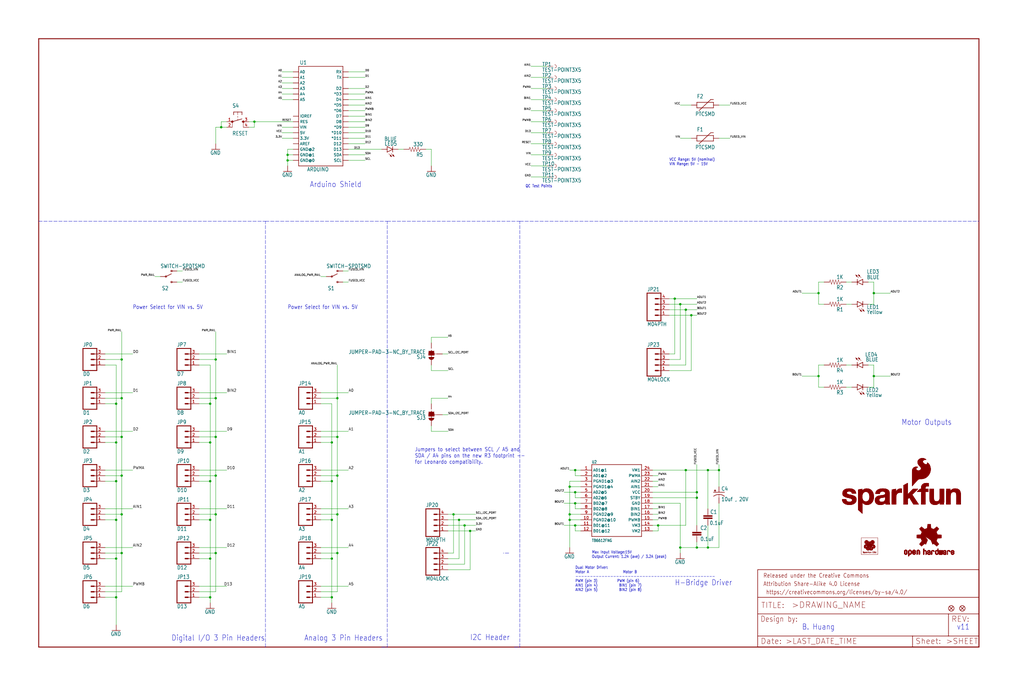
<source format=kicad_sch>
(kicad_sch (version 20211123) (generator eeschema)
  (paper "User" 470.306 317.906)
  (lib_symbols
    (symbol "schematicEagle-eagle-import:0.1UF-25V-5%(0603)"
      (property "Reference" "C" (at 1.524 2.921 0))
      (property "Value" "0.1UF-25V-5%(0603)" (at 1.524 -2.159 0))
      (symbol "0.1UF-25V-5%(0603)_1_0"
        (pin passive line (at 0 5.08 270) (length 2.54) (name "1") (number "1"))
        (pin passive line (at 0 -2.54 90) (length 2.54) (name "2") (number "2"))
      )
    )
    (symbol "schematicEagle-eagle-import:10UF-20V-10%(TANT)"
      (property "Reference" "C" (at 1.016 0.635 0))
      (property "Value" "10UF-20V-10%(TANT)" (at 1.016 -4.191 0))
      (symbol "10UF-20V-10%(TANT)_1_0"
        (pin passive line (at 0 2.54 270) (length 2.54) (name "+") (number "A"))
        (pin passive line (at 0 -5.08 90) (length 2.54) (name "-") (number "C"))
      )
    )
    (symbol "schematicEagle-eagle-import:1KOHM-1{slash}10W-1%(0603)"
      (property "Reference" "R" (at -3.81 1.4986 0))
      (property "Value" "1KOHM-1{slash}10W-1%(0603)" (at -3.81 -3.302 0))
      (symbol "1KOHM-1{slash}10W-1%(0603)_1_0"
        (pin passive line (at -5.08 0 0) (length 2.54) (name "1") (number "1"))
        (pin passive line (at 5.08 0 180) (length 2.54) (name "2") (number "2"))
      )
    )
    (symbol "schematicEagle-eagle-import:330OHM1{slash}10W1%(0603)"
      (property "Reference" "R" (at -3.81 1.4986 0))
      (property "Value" "330OHM1{slash}10W1%(0603)" (at -3.81 -3.302 0))
      (symbol "330OHM1{slash}10W1%(0603)_1_0"
        (pin passive line (at -5.08 0 0) (length 2.54) (name "1") (number "1"))
        (pin passive line (at 5.08 0 180) (length 2.54) (name "2") (number "2"))
      )
    )
    (symbol "schematicEagle-eagle-import:ARDUINO_R3_SHIELDUNO_R3_SHIELD_NOLABELS_LOCK"
      (property "Reference" "J" (at -9.652 21.082 0))
      (property "Value" "ARDUINO_R3_SHIELDUNO_R3_SHIELD_NOLABELS_LOCK" (at -6.35 -27.94 0))
      (symbol "ARDUINO_R3_SHIELDUNO_R3_SHIELD_NOLABELS_LOCK_1_0"
        (pin bidirectional line (at -12.7 -12.7 0) (length 2.54) (name "3.3V") (number "3.3V"))
        (pin bidirectional line (at -12.7 -10.16 0) (length 2.54) (name "5V") (number "5V"))
        (pin bidirectional line (at -12.7 17.78 0) (length 2.54) (name "A0") (number "A0"))
        (pin bidirectional line (at -12.7 15.24 0) (length 2.54) (name "A1") (number "A1"))
        (pin bidirectional line (at -12.7 12.7 0) (length 2.54) (name "A2") (number "A2"))
        (pin bidirectional line (at -12.7 10.16 0) (length 2.54) (name "A3") (number "A3"))
        (pin bidirectional line (at -12.7 7.62 0) (length 2.54) (name "A4") (number "A4"))
        (pin bidirectional line (at -12.7 5.08 0) (length 2.54) (name "A5") (number "A5"))
        (pin bidirectional line (at -12.7 -15.24 0) (length 2.54) (name "AREF") (number "AREF"))
        (pin bidirectional line (at 12.7 -10.16 180) (length 2.54) (name "*D10") (number "D10"))
        (pin bidirectional line (at 12.7 -12.7 180) (length 2.54) (name "*D11") (number "D11"))
        (pin bidirectional line (at 12.7 -15.24 180) (length 2.54) (name "D12") (number "D12"))
        (pin bidirectional line (at 12.7 -17.78 180) (length 2.54) (name "D13") (number "D13"))
        (pin bidirectional line (at 12.7 10.16 180) (length 2.54) (name "D2") (number "D2"))
        (pin bidirectional line (at 12.7 7.62 180) (length 2.54) (name "*D3") (number "D3"))
        (pin bidirectional line (at 12.7 5.08 180) (length 2.54) (name "D4") (number "D4"))
        (pin bidirectional line (at 12.7 2.54 180) (length 2.54) (name "*D5") (number "D5"))
        (pin bidirectional line (at 12.7 0 180) (length 2.54) (name "*D6") (number "D6"))
        (pin bidirectional line (at 12.7 -2.54 180) (length 2.54) (name "D7") (number "D7"))
        (pin bidirectional line (at 12.7 -5.08 180) (length 2.54) (name "D8") (number "D8"))
        (pin bidirectional line (at 12.7 -7.62 180) (length 2.54) (name "*D9") (number "D9"))
        (pin bidirectional line (at -12.7 -22.86 0) (length 2.54) (name "GND@0") (number "GND@0"))
        (pin bidirectional line (at -12.7 -20.32 0) (length 2.54) (name "GND@1") (number "GND@1"))
        (pin bidirectional line (at -12.7 -17.78 0) (length 2.54) (name "GND@2") (number "GND@2"))
        (pin bidirectional line (at -12.7 -2.54 0) (length 2.54) (name "IOREF") (number "IOREF"))
        (pin bidirectional line (at -12.7 -5.08 0) (length 2.54) (name "RES") (number "RES"))
        (pin bidirectional line (at 12.7 17.78 180) (length 2.54) (name "RX") (number "RX"))
        (pin bidirectional line (at 12.7 -22.86 180) (length 2.54) (name "SCL") (number "SCL"))
        (pin bidirectional line (at 12.7 -20.32 180) (length 2.54) (name "SDA") (number "SDA"))
        (pin bidirectional line (at 12.7 15.24 180) (length 2.54) (name "TX") (number "TX"))
        (pin bidirectional line (at -12.7 -7.62 0) (length 2.54) (name "VIN") (number "VIN"))
      )
    )
    (symbol "schematicEagle-eagle-import:FIDUCIAL1X2")
    (symbol "schematicEagle-eagle-import:FRAME-LEDGER"
      (symbol "FRAME-LEDGER_2_0"
        (text " https://creativecommons.org/licenses/by-sa/4.0/" (at 2.54 24.13 0) (effects (font (size 1.9304 1.6408)) (justify left bottom)))
        (text ">DRAWING_NAME" (at 15.494 17.78 0) (effects (font (size 2.7432 2.7432)) (justify left bottom)))
        (text ">LAST_DATE_TIME" (at 12.7 1.27 0) (effects (font (size 2.54 2.54)) (justify left bottom)))
        (text ">SHEET" (at 86.36 1.27 0) (effects (font (size 2.54 2.54)) (justify left bottom)))
        (text "Attribution Share-Alike 4.0 License" (at 2.54 27.94 0) (effects (font (size 1.9304 1.6408)) (justify left bottom)))
        (text "Date:" (at 1.27 1.27 0) (effects (font (size 2.54 2.54)) (justify left bottom)))
        (text "Design by:" (at 1.27 11.43 0) (effects (font (size 2.54 2.159)) (justify left bottom)))
        (text "Released under the Creative Commons" (at 2.54 31.75 0) (effects (font (size 1.9304 1.6408)) (justify left bottom)))
        (text "REV:" (at 88.9 11.43 0) (effects (font (size 2.54 2.54)) (justify left bottom)))
        (text "Sheet:" (at 72.39 1.27 0) (effects (font (size 2.54 2.54)) (justify left bottom)))
        (text "TITLE:" (at 1.524 17.78 0) (effects (font (size 2.54 2.54)) (justify left bottom)))
      )
    )
    (symbol "schematicEagle-eagle-import:GND" (power)
      (property "Value" "GND" (at -2.54 -2.54 0))
      (symbol "GND_1_0"
        (pin power_in line (at 0 2.54 270) (length 2.54) (name "GND") (number "1"))
      )
    )
    (symbol "schematicEagle-eagle-import:JUMPER-PAD-3-NC_BY_TRACE"
      (property "Reference" "SJ" (at 2.54 0.381 0))
      (property "Value" "JUMPER-PAD-3-NC_BY_TRACE" (at 2.54 -1.905 0))
      (symbol "JUMPER-PAD-3-NC_BY_TRACE_1_0"
        (pin passive line (at 0 5.08 270) (length 2.54) (name "1") (number "1"))
        (pin passive line (at -5.08 0 0) (length 2.54) (name "2") (number "2"))
        (pin passive line (at 0 -5.08 90) (length 2.54) (name "3") (number "3"))
      )
    )
    (symbol "schematicEagle-eagle-import:LED-BLUE0603"
      (property "Reference" "D" (at 3.556 -4.572 90))
      (property "Value" "LED-BLUE0603" (at 5.715 -4.572 90))
      (symbol "LED-BLUE0603_1_0"
        (pin passive line (at 0 2.54 270) (length 2.54) (name "A") (number "A"))
        (pin passive line (at 0 -5.08 90) (length 2.54) (name "C") (number "C"))
      )
    )
    (symbol "schematicEagle-eagle-import:LED-YELLOW0603"
      (property "Reference" "D" (at 3.556 -4.572 90))
      (property "Value" "LED-YELLOW0603" (at 5.715 -4.572 90))
      (symbol "LED-YELLOW0603_1_0"
        (pin passive line (at 0 2.54 270) (length 2.54) (name "A") (number "A"))
        (pin passive line (at 0 -5.08 90) (length 2.54) (name "C") (number "C"))
      )
    )
    (symbol "schematicEagle-eagle-import:M03LOCK"
      (property "Reference" "JP" (at -2.54 5.842 0))
      (property "Value" "M03LOCK" (at -2.54 -7.62 0))
      (symbol "M03LOCK_1_0"
        (pin passive line (at 7.62 -2.54 180) (length 5.08) (name "1") (number "1"))
        (pin passive line (at 7.62 0 180) (length 5.08) (name "2") (number "2"))
        (pin passive line (at 7.62 2.54 180) (length 5.08) (name "3") (number "3"))
      )
    )
    (symbol "schematicEagle-eagle-import:M04LOCK"
      (property "Reference" "JP" (at -5.08 8.382 0))
      (property "Value" "M04LOCK" (at -5.08 -7.62 0))
      (symbol "M04LOCK_1_0"
        (pin passive line (at 5.08 -2.54 180) (length 5.08) (name "1") (number "1"))
        (pin passive line (at 5.08 0 180) (length 5.08) (name "2") (number "2"))
        (pin passive line (at 5.08 2.54 180) (length 5.08) (name "3") (number "3"))
        (pin passive line (at 5.08 5.08 180) (length 5.08) (name "4") (number "4"))
      )
    )
    (symbol "schematicEagle-eagle-import:M04PTH"
      (property "Reference" "JP" (at -5.08 8.382 0))
      (property "Value" "M04PTH" (at -5.08 -7.62 0))
      (symbol "M04PTH_1_0"
        (pin passive line (at 5.08 -2.54 180) (length 5.08) (name "1") (number "1"))
        (pin passive line (at 5.08 0 180) (length 5.08) (name "2") (number "2"))
        (pin passive line (at 5.08 2.54 180) (length 5.08) (name "3") (number "3"))
        (pin passive line (at 5.08 5.08 180) (length 5.08) (name "4") (number "4"))
      )
    )
    (symbol "schematicEagle-eagle-import:OSHW-LOGOM")
    (symbol "schematicEagle-eagle-import:PTCSMD"
      (property "Reference" "F" (at -2.54 3.048 0))
      (property "Value" "PTCSMD" (at -3.302 -5.08 0))
      (symbol "PTCSMD_1_0"
        (pin bidirectional line (at -5.08 0 0) (length 2.54) (name "1") (number "1"))
        (pin bidirectional line (at 7.62 0 180) (length 2.54) (name "2") (number "2"))
      )
    )
    (symbol "schematicEagle-eagle-import:SFE_LOGO_FLAME.2COP")
    (symbol "schematicEagle-eagle-import:SFE_LOGO_NAME_FLAME.1_INCH")
    (symbol "schematicEagle-eagle-import:SFE_LUDUSSFE_LUDUS-M"
      (symbol "SFE_LUDUSSFE_LUDUS-M_1_0"
        (text "Sparkfun EDU" (at 3.81 0.635 0) (effects (font (size 0.6096 0.6096)) (justify bottom)))
      )
    )
    (symbol "schematicEagle-eagle-import:SWITCH-SPDTSMD"
      (property "Reference" "S" (at -1.905 -6.35 0))
      (property "Value" "SWITCH-SPDTSMD" (at -2.54 3.81 0))
      (symbol "SWITCH-SPDTSMD_1_0"
        (pin passive line (at 5.08 2.54 180) (length 2.54) (name "O") (number "1"))
        (pin passive line (at -2.54 0 0) (length 2.54) (name "P") (number "2"))
        (pin passive line (at 5.08 -2.54 180) (length 2.54) (name "S") (number "3"))
      )
    )
    (symbol "schematicEagle-eagle-import:TAC_SWITCHSMD"
      (property "Reference" "S" (at -2.54 6.35 0))
      (property "Value" "TAC_SWITCHSMD" (at -2.54 -6.35 0))
      (symbol "TAC_SWITCHSMD_1_0"
        (pin passive line (at -5.08 0 0) (length 2.54) (name "1") (number "1"))
        (pin passive line (at -5.08 -2.54 0) (length 2.54) (name "2") (number "2"))
        (pin passive line (at 5.08 0 180) (length 2.54) (name "3") (number "3"))
        (pin passive line (at 5.08 -2.54 180) (length 2.54) (name "4") (number "4"))
      )
    )
    (symbol "schematicEagle-eagle-import:TB6612FNG"
      (property "Value" "TB6612FNG" (at -12.7 -20.32 0))
      (symbol "TB6612FNG_1_0"
        (pin bidirectional line (at -17.78 12.7 0) (length 5.08) (name "A01@1") (number "1"))
        (pin bidirectional line (at -17.78 -10.16 0) (length 5.08) (name "PGND2@10") (number "10"))
        (pin bidirectional line (at -17.78 -12.7 0) (length 5.08) (name "B01@11") (number "11"))
        (pin bidirectional line (at -17.78 -15.24 0) (length 5.08) (name "B01@12") (number "12"))
        (pin bidirectional line (at 15.24 -15.24 180) (length 5.08) (name "VM2") (number "13"))
        (pin bidirectional line (at 15.24 -12.7 180) (length 5.08) (name "VM3") (number "14"))
        (pin bidirectional line (at 15.24 -10.16 180) (length 5.08) (name "PWMB") (number "15"))
        (pin bidirectional line (at 15.24 -7.62 180) (length 5.08) (name "BIN2") (number "16"))
        (pin bidirectional line (at 15.24 -5.08 180) (length 5.08) (name "BIN1") (number "17"))
        (pin bidirectional line (at 15.24 -2.54 180) (length 5.08) (name "GND") (number "18"))
        (pin bidirectional line (at 15.24 0 180) (length 5.08) (name "STBY") (number "19"))
        (pin bidirectional line (at -17.78 10.16 0) (length 5.08) (name "A01@2") (number "2"))
        (pin bidirectional line (at 15.24 2.54 180) (length 5.08) (name "VCC") (number "20"))
        (pin bidirectional line (at 15.24 5.08 180) (length 5.08) (name "AIN1") (number "21"))
        (pin bidirectional line (at 15.24 7.62 180) (length 5.08) (name "AIN2") (number "22"))
        (pin bidirectional line (at 15.24 10.16 180) (length 5.08) (name "PWMA") (number "23"))
        (pin bidirectional line (at 15.24 12.7 180) (length 5.08) (name "VM1") (number "24"))
        (pin bidirectional line (at -17.78 7.62 0) (length 5.08) (name "PGND1@3") (number "3"))
        (pin bidirectional line (at -17.78 5.08 0) (length 5.08) (name "PGND1@4") (number "4"))
        (pin bidirectional line (at -17.78 2.54 0) (length 5.08) (name "A02@5") (number "5"))
        (pin bidirectional line (at -17.78 0 0) (length 5.08) (name "A02@6") (number "6"))
        (pin bidirectional line (at -17.78 -2.54 0) (length 5.08) (name "B02@7") (number "7"))
        (pin bidirectional line (at -17.78 -5.08 0) (length 5.08) (name "B02@8") (number "8"))
        (pin bidirectional line (at -17.78 -7.62 0) (length 5.08) (name "PGND2@9") (number "9"))
      )
    )
    (symbol "schematicEagle-eagle-import:TEST-POINT3X5"
      (property "Reference" "TP" (at -2.54 2.54 0))
      (property "Value" "TEST-POINT3X5" (at -2.54 -2.54 0))
      (symbol "TEST-POINT3X5_1_0"
        (pin bidirectional line (at 0 0 180) (length 0) (name "1") (number "P$1"))
      )
    )
  )
  (junction (at 309.88 137.16))
  (junction (at 96.52 256.54))
  (junction (at 208.28 236.22))
  (junction (at 154.94 218.44))
  (junction (at 312.42 251.46))
  (junction (at 53.34 256.54))
  (junction (at 152.4 203.2))
  (junction (at 152.4 256.54))
  (junction (at 53.34 274.32))
  (junction (at 96.52 220.98))
  (junction (at 264.16 231.14))
  (junction (at 154.94 236.22))
  (junction (at 132.08 71.12))
  (junction (at 375.92 134.62))
  (junction (at 55.88 200.66))
  (junction (at 55.88 236.22))
  (junction (at 325.12 251.46))
  (junction (at 55.88 218.44))
  (junction (at 154.94 200.66))
  (junction (at 320.04 226.06))
  (junction (at 261.62 238.76))
  (junction (at 154.94 182.88))
  (junction (at 312.42 139.7))
  (junction (at 317.5 144.78))
  (junction (at 55.88 182.88))
  (junction (at 152.4 220.98))
  (junction (at 116.84 55.88))
  (junction (at 215.9 243.84))
  (junction (at 320.04 251.46))
  (junction (at 314.96 215.9))
  (junction (at 152.4 274.32))
  (junction (at 96.52 238.76))
  (junction (at 99.06 254))
  (junction (at 99.06 182.88))
  (junction (at 264.16 241.3))
  (junction (at 53.34 220.98))
  (junction (at 101.6 58.42))
  (junction (at 55.88 165.1))
  (junction (at 53.34 238.76))
  (junction (at 99.06 218.44))
  (junction (at 325.12 215.9))
  (junction (at 261.62 236.22))
  (junction (at 53.34 185.42))
  (junction (at 154.94 254))
  (junction (at 401.32 134.62))
  (junction (at 330.2 215.9))
  (junction (at 213.36 241.3))
  (junction (at 264.16 226.06))
  (junction (at 314.96 142.24))
  (junction (at 401.32 172.72))
  (junction (at 53.34 203.2))
  (junction (at 375.92 172.72))
  (junction (at 302.26 241.3))
  (junction (at 210.82 238.76))
  (junction (at 96.52 203.2))
  (junction (at 99.06 165.1))
  (junction (at 264.16 215.9))
  (junction (at 96.52 185.42))
  (junction (at 55.88 254))
  (junction (at 96.52 274.32))
  (junction (at 261.62 223.52))
  (junction (at 132.08 73.66))
  (junction (at 99.06 236.22))
  (junction (at 320.04 228.6))
  (junction (at 152.4 238.76))
  (junction (at 99.06 200.66))
  (wire (pts (xy 91.44 162.56) (xy 104.14 162.56)))
  (polyline (pts (xy 238.76 101.6) (xy 449.58 101.6)))
  (wire (pts (xy 91.44 233.68) (xy 104.14 233.68)))
  (wire (pts (xy 91.44 236.22) (xy 99.06 236.22)))
  (wire (pts (xy 147.32 271.78) (xy 154.94 271.78)))
  (wire (pts (xy 401.32 167.64) (xy 398.78 167.64)))
  (wire (pts (xy 299.72 215.9) (xy 314.96 215.9)))
  (wire (pts (xy 99.06 182.88) (xy 99.06 165.1)))
  (wire (pts (xy 104.14 58.42) (xy 101.6 58.42)))
  (wire (pts (xy 264.16 215.9) (xy 264.16 218.44)))
  (wire (pts (xy 132.08 71.12) (xy 132.08 73.66)))
  (wire (pts (xy 317.5 144.78) (xy 317.5 170.18)))
  (wire (pts (xy 320.04 228.6) (xy 320.04 241.3)))
  (wire (pts (xy 198.12 154.94) (xy 205.74 154.94)))
  (wire (pts (xy 160.02 55.88) (xy 167.64 55.88)))
  (wire (pts (xy 48.26 182.88) (xy 55.88 182.88)))
  (wire (pts (xy 330.2 63.5) (xy 335.28 63.5)))
  (wire (pts (xy 91.44 251.46) (xy 104.14 251.46)))
  (wire (pts (xy 91.44 185.42) (xy 96.52 185.42)))
  (wire (pts (xy 266.7 215.9) (xy 264.16 215.9)))
  (wire (pts (xy 96.52 276.86) (xy 96.52 274.32)))
  (wire (pts (xy 96.52 220.98) (xy 96.52 203.2)))
  (wire (pts (xy 48.26 256.54) (xy 53.34 256.54)))
  (wire (pts (xy 251.46 45.72) (xy 243.84 45.72)))
  (wire (pts (xy 266.7 243.84) (xy 264.16 243.84)))
  (wire (pts (xy 48.26 185.42) (xy 53.34 185.42)))
  (wire (pts (xy 134.62 71.12) (xy 132.08 71.12)))
  (wire (pts (xy 375.92 172.72) (xy 375.92 167.64)))
  (wire (pts (xy 48.26 274.32) (xy 53.34 274.32)))
  (wire (pts (xy 160.02 50.8) (xy 167.64 50.8)))
  (wire (pts (xy 132.08 73.66) (xy 132.08 76.2)))
  (wire (pts (xy 317.5 144.78) (xy 320.04 144.78)))
  (polyline (pts (xy 236.22 297.18) (xy 238.76 297.18)))
  (wire (pts (xy 147.32 236.22) (xy 154.94 236.22)))
  (wire (pts (xy 205.74 259.08) (xy 213.36 259.08)))
  (wire (pts (xy 48.26 215.9) (xy 60.96 215.9)))
  (wire (pts (xy 132.08 68.58) (xy 132.08 71.12)))
  (wire (pts (xy 147.32 274.32) (xy 152.4 274.32)))
  (wire (pts (xy 251.46 60.96) (xy 243.84 60.96)))
  (wire (pts (xy 330.2 48.26) (xy 335.28 48.26)))
  (wire (pts (xy 375.92 177.8) (xy 375.92 172.72)))
  (wire (pts (xy 147.32 185.42) (xy 152.4 185.42)))
  (wire (pts (xy 160.02 71.12) (xy 167.64 71.12)))
  (polyline (pts (xy 238.76 297.18) (xy 238.76 101.6)))
  (wire (pts (xy 312.42 231.14) (xy 312.42 251.46)))
  (wire (pts (xy 147.32 238.76) (xy 152.4 238.76)))
  (wire (pts (xy 198.12 68.58) (xy 195.58 68.58)))
  (wire (pts (xy 160.02 35.56) (xy 167.64 35.56)))
  (wire (pts (xy 48.26 271.78) (xy 55.88 271.78)))
  (wire (pts (xy 266.7 218.44) (xy 264.16 218.44)))
  (wire (pts (xy 96.52 185.42) (xy 96.52 203.2)))
  (wire (pts (xy 312.42 63.5) (xy 317.5 63.5)))
  (wire (pts (xy 309.88 162.56) (xy 309.88 137.16)))
  (wire (pts (xy 160.02 33.02) (xy 167.64 33.02)))
  (wire (pts (xy 299.72 220.98) (xy 302.26 220.98)))
  (wire (pts (xy 307.34 144.78) (xy 317.5 144.78)))
  (wire (pts (xy 91.44 254) (xy 99.06 254)))
  (wire (pts (xy 314.96 142.24) (xy 320.04 142.24)))
  (wire (pts (xy 266.7 223.52) (xy 261.62 223.52)))
  (wire (pts (xy 101.6 55.88) (xy 104.14 55.88)))
  (wire (pts (xy 154.94 218.44) (xy 154.94 200.66)))
  (wire (pts (xy 91.44 180.34) (xy 104.14 180.34)))
  (wire (pts (xy 205.74 256.54) (xy 210.82 256.54)))
  (wire (pts (xy 48.26 167.64) (xy 53.34 167.64)))
  (polyline (pts (xy 17.78 101.6) (xy 121.92 101.6)))
  (wire (pts (xy 205.74 254) (xy 208.28 254)))
  (wire (pts (xy 152.4 238.76) (xy 152.4 220.98)))
  (wire (pts (xy 154.94 271.78) (xy 154.94 254)))
  (wire (pts (xy 152.4 203.2) (xy 152.4 220.98)))
  (wire (pts (xy 314.96 167.64) (xy 307.34 167.64)))
  (wire (pts (xy 401.32 172.72) (xy 401.32 167.64)))
  (wire (pts (xy 101.6 58.42) (xy 101.6 55.88)))
  (wire (pts (xy 160.02 66.04) (xy 167.64 66.04)))
  (wire (pts (xy 401.32 139.7) (xy 401.32 134.62)))
  (wire (pts (xy 251.46 55.88) (xy 243.84 55.88)))
  (wire (pts (xy 401.32 134.62) (xy 408.94 134.62)))
  (wire (pts (xy 198.12 157.48) (xy 198.12 154.94)))
  (wire (pts (xy 325.12 251.46) (xy 320.04 251.46)))
  (wire (pts (xy 210.82 238.76) (xy 218.44 238.76)))
  (wire (pts (xy 330.2 251.46) (xy 325.12 251.46)))
  (wire (pts (xy 91.44 167.64) (xy 96.52 167.64)))
  (wire (pts (xy 154.94 254) (xy 154.94 236.22)))
  (wire (pts (xy 302.26 243.84) (xy 302.26 241.3)))
  (wire (pts (xy 375.92 134.62) (xy 375.92 129.54)))
  (wire (pts (xy 330.2 215.9) (xy 325.12 215.9)))
  (wire (pts (xy 157.48 124.46) (xy 160.02 124.46)))
  (wire (pts (xy 81.28 129.54) (xy 83.82 129.54)))
  (wire (pts (xy 317.5 170.18) (xy 307.34 170.18)))
  (wire (pts (xy 251.46 71.12) (xy 243.84 71.12)))
  (wire (pts (xy 378.46 139.7) (xy 375.92 139.7)))
  (wire (pts (xy 147.32 251.46) (xy 160.02 251.46)))
  (wire (pts (xy 91.44 274.32) (xy 96.52 274.32)))
  (wire (pts (xy 48.26 238.76) (xy 53.34 238.76)))
  (wire (pts (xy 312.42 251.46) (xy 312.42 254)))
  (wire (pts (xy 55.88 254) (xy 55.88 271.78)))
  (wire (pts (xy 299.72 241.3) (xy 302.26 241.3)))
  (wire (pts (xy 251.46 76.2) (xy 243.84 76.2)))
  (polyline (pts (xy 233.68 254) (xy 231.14 254)))
  (polyline (pts (xy 175.26 297.18) (xy 177.8 297.18)))
  (wire (pts (xy 99.06 218.44) (xy 99.06 200.66)))
  (wire (pts (xy 114.3 58.42) (xy 116.84 58.42)))
  (wire (pts (xy 251.46 66.04) (xy 243.84 66.04)))
  (wire (pts (xy 134.62 33.02) (xy 129.54 33.02)))
  (wire (pts (xy 160.02 48.26) (xy 167.64 48.26)))
  (wire (pts (xy 264.16 231.14) (xy 264.16 233.68)))
  (wire (pts (xy 96.52 203.2) (xy 91.44 203.2)))
  (wire (pts (xy 203.2 162.56) (xy 205.74 162.56)))
  (wire (pts (xy 261.62 238.76) (xy 261.62 251.46)))
  (wire (pts (xy 299.72 218.44) (xy 302.26 218.44)))
  (wire (pts (xy 266.7 226.06) (xy 264.16 226.06)))
  (wire (pts (xy 261.62 236.22) (xy 261.62 238.76)))
  (wire (pts (xy 48.26 180.34) (xy 60.96 180.34)))
  (wire (pts (xy 314.96 215.9) (xy 325.12 215.9)))
  (wire (pts (xy 160.02 43.18) (xy 167.64 43.18)))
  (wire (pts (xy 208.28 236.22) (xy 218.44 236.22)))
  (wire (pts (xy 81.28 124.46) (xy 83.82 124.46)))
  (wire (pts (xy 147.32 203.2) (xy 152.4 203.2)))
  (wire (pts (xy 55.88 218.44) (xy 55.88 200.66)))
  (wire (pts (xy 266.7 231.14) (xy 264.16 231.14)))
  (wire (pts (xy 147.32 180.34) (xy 160.02 180.34)))
  (wire (pts (xy 149.86 127) (xy 147.32 127)))
  (wire (pts (xy 251.46 30.48) (xy 243.84 30.48)))
  (wire (pts (xy 48.26 200.66) (xy 55.88 200.66)))
  (wire (pts (xy 55.88 200.66) (xy 55.88 182.88)))
  (wire (pts (xy 134.62 43.18) (xy 129.54 43.18)))
  (wire (pts (xy 312.42 139.7) (xy 312.42 165.1)))
  (wire (pts (xy 302.26 241.3) (xy 314.96 241.3)))
  (wire (pts (xy 55.88 165.1) (xy 55.88 152.4)))
  (wire (pts (xy 48.26 269.24) (xy 60.96 269.24)))
  (wire (pts (xy 401.32 129.54) (xy 398.78 129.54)))
  (wire (pts (xy 264.16 241.3) (xy 264.16 243.84)))
  (wire (pts (xy 55.88 236.22) (xy 55.88 218.44)))
  (wire (pts (xy 299.72 226.06) (xy 320.04 226.06)))
  (wire (pts (xy 320.04 251.46) (xy 312.42 251.46)))
  (wire (pts (xy 160.02 45.72) (xy 167.64 45.72)))
  (wire (pts (xy 134.62 68.58) (xy 132.08 68.58)))
  (wire (pts (xy 48.26 198.12) (xy 60.96 198.12)))
  (wire (pts (xy 307.34 139.7) (xy 312.42 139.7)))
  (wire (pts (xy 53.34 185.42) (xy 53.34 203.2)))
  (wire (pts (xy 299.72 238.76) (xy 302.26 238.76)))
  (wire (pts (xy 147.32 254) (xy 154.94 254)))
  (wire (pts (xy 48.26 165.1) (xy 55.88 165.1)))
  (wire (pts (xy 312.42 139.7) (xy 320.04 139.7)))
  (wire (pts (xy 152.4 185.42) (xy 152.4 203.2)))
  (wire (pts (xy 320.04 226.06) (xy 320.04 213.36)))
  (wire (pts (xy 160.02 40.64) (xy 167.64 40.64)))
  (wire (pts (xy 48.26 162.56) (xy 60.96 162.56)))
  (wire (pts (xy 314.96 167.64) (xy 314.96 142.24)))
  (wire (pts (xy 325.12 251.46) (xy 325.12 241.3)))
  (wire (pts (xy 152.4 220.98) (xy 147.32 220.98)))
  (wire (pts (xy 213.36 241.3) (xy 218.44 241.3)))
  (wire (pts (xy 375.92 167.64) (xy 378.46 167.64)))
  (wire (pts (xy 91.44 198.12) (xy 104.14 198.12)))
  (wire (pts (xy 160.02 60.96) (xy 167.64 60.96)))
  (wire (pts (xy 398.78 177.8) (xy 401.32 177.8)))
  (wire (pts (xy 388.62 167.64) (xy 391.16 167.64)))
  (wire (pts (xy 317.5 48.26) (xy 312.42 48.26)))
  (wire (pts (xy 96.52 256.54) (xy 96.52 238.76)))
  (wire (pts (xy 134.62 45.72) (xy 129.54 45.72)))
  (wire (pts (xy 48.26 254) (xy 55.88 254)))
  (wire (pts (xy 99.06 254) (xy 99.06 236.22)))
  (wire (pts (xy 264.16 226.06) (xy 259.08 226.06)))
  (wire (pts (xy 134.62 58.42) (xy 129.54 58.42)))
  (wire (pts (xy 91.44 200.66) (xy 99.06 200.66)))
  (wire (pts (xy 91.44 165.1) (xy 99.06 165.1)))
  (wire (pts (xy 53.34 203.2) (xy 53.34 220.98)))
  (wire (pts (xy 55.88 254) (xy 55.88 236.22)))
  (wire (pts (xy 320.04 248.92) (xy 320.04 251.46)))
  (wire (pts (xy 147.32 182.88) (xy 154.94 182.88)))
  (wire (pts (xy 309.88 137.16) (xy 320.04 137.16)))
  (wire (pts (xy 53.34 238.76) (xy 53.34 220.98)))
  (wire (pts (xy 251.46 35.56) (xy 243.84 35.56)))
  (wire (pts (xy 266.7 238.76) (xy 261.62 238.76)))
  (wire (pts (xy 205.74 236.22) (xy 208.28 236.22)))
  (wire (pts (xy 91.44 256.54) (xy 96.52 256.54)))
  (wire (pts (xy 312.42 165.1) (xy 307.34 165.1)))
  (wire (pts (xy 160.02 53.34) (xy 167.64 53.34)))
  (wire (pts (xy 388.62 129.54) (xy 391.16 129.54)))
  (wire (pts (xy 53.34 167.64) (xy 53.34 185.42)))
  (wire (pts (xy 116.84 55.88) (xy 134.62 55.88)))
  (wire (pts (xy 398.78 139.7) (xy 401.32 139.7)))
  (wire (pts (xy 264.16 215.9) (xy 261.62 215.9)))
  (wire (pts (xy 134.62 38.1) (xy 129.54 38.1)))
  (wire (pts (xy 299.72 223.52) (xy 302.26 223.52)))
  (wire (pts (xy 375.92 129.54) (xy 378.46 129.54)))
  (wire (pts (xy 264.16 241.3) (xy 259.08 241.3)))
  (wire (pts (xy 307.34 142.24) (xy 314.96 142.24)))
  (wire (pts (xy 213.36 259.08) (xy 213.36 241.3)))
  (polyline (pts (xy 177.8 101.6) (xy 238.76 101.6)))
  (wire (pts (xy 147.32 233.68) (xy 160.02 233.68)))
  (wire (pts (xy 330.2 215.9) (xy 330.2 213.36)))
  (wire (pts (xy 266.7 228.6) (xy 264.16 228.6)))
  (wire (pts (xy 53.34 220.98) (xy 48.26 220.98)))
  (wire (pts (xy 48.26 233.68) (xy 60.96 233.68)))
  (wire (pts (xy 147.32 218.44) (xy 154.94 218.44)))
  (wire (pts (xy 401.32 172.72) (xy 408.94 172.72)))
  (wire (pts (xy 205.74 261.62) (xy 215.9 261.62)))
  (wire (pts (xy 175.26 68.58) (xy 160.02 68.58)))
  (wire (pts (xy 198.12 198.12) (xy 205.74 198.12)))
  (wire (pts (xy 96.52 167.64) (xy 96.52 185.42)))
  (wire (pts (xy 160.02 63.5) (xy 167.64 63.5)))
  (wire (pts (xy 53.34 238.76) (xy 53.34 256.54)))
  (wire (pts (xy 320.04 226.06) (xy 320.04 228.6)))
  (wire (pts (xy 264.16 226.06) (xy 264.16 228.6)))
  (wire (pts (xy 114.3 55.88) (xy 116.84 55.88)))
  (wire (pts (xy 48.26 203.2) (xy 53.34 203.2)))
  (wire (pts (xy 203.2 190.5) (xy 205.74 190.5)))
  (wire (pts (xy 299.72 233.68) (xy 302.26 233.68)))
  (wire (pts (xy 91.44 238.76) (xy 96.52 238.76)))
  (wire (pts (xy 215.9 261.62) (xy 215.9 243.84)))
  (wire (pts (xy 401.32 177.8) (xy 401.32 172.72)))
  (wire (pts (xy 53.34 274.32) (xy 53.34 287.02)))
  (wire (pts (xy 147.32 198.12) (xy 160.02 198.12)))
  (wire (pts (xy 251.46 50.8) (xy 243.84 50.8)))
  (wire (pts (xy 134.62 40.64) (xy 129.54 40.64)))
  (wire (pts (xy 73.66 127) (xy 71.12 127)))
  (wire (pts (xy 152.4 274.32) (xy 152.4 256.54)))
  (wire (pts (xy 330.2 223.52) (xy 330.2 215.9)))
  (wire (pts (xy 299.72 231.14) (xy 312.42 231.14)))
  (wire (pts (xy 53.34 256.54) (xy 53.34 274.32)))
  (wire (pts (xy 55.88 182.88) (xy 55.88 165.1)))
  (wire (pts (xy 99.06 165.1) (xy 99.06 152.4)))
  (wire (pts (xy 154.94 236.22) (xy 154.94 218.44)))
  (wire (pts (xy 96.52 220.98) (xy 96.52 238.76)))
  (wire (pts (xy 251.46 40.64) (xy 243.84 40.64)))
  (wire (pts (xy 91.44 220.98) (xy 96.52 220.98)))
  (wire (pts (xy 266.7 241.3) (xy 264.16 241.3)))
  (wire (pts (xy 198.12 76.2) (xy 198.12 68.58)))
  (wire (pts (xy 185.42 68.58) (xy 182.88 68.58)))
  (wire (pts (xy 215.9 243.84) (xy 218.44 243.84)))
  (wire (pts (xy 99.06 236.22) (xy 99.06 218.44)))
  (wire (pts (xy 325.12 215.9) (xy 325.12 233.68)))
  (wire (pts (xy 266.7 220.98) (xy 261.62 220.98)))
  (wire (pts (xy 91.44 269.24) (xy 104.14 269.24)))
  (wire (pts (xy 99.06 271.78) (xy 99.06 254)))
  (wire (pts (xy 48.26 251.46) (xy 60.96 251.46)))
  (wire (pts (xy 261.62 223.52) (xy 261.62 236.22)))
  (wire (pts (xy 266.7 233.68) (xy 264.16 233.68)))
  (wire (pts (xy 205.74 238.76) (xy 210.82 238.76)))
  (polyline (pts (xy 121.92 297.18) (xy 121.92 101.6)))
  (wire (pts (xy 160.02 58.42) (xy 167.64 58.42)))
  (wire (pts (xy 307.34 162.56) (xy 309.88 162.56)))
  (wire (pts (xy 299.72 243.84) (xy 302.26 243.84)))
  (wire (pts (xy 134.62 60.96) (xy 129.54 60.96)))
  (wire (pts (xy 198.12 167.64) (xy 198.12 170.18)))
  (wire (pts (xy 205.74 243.84) (xy 215.9 243.84)))
  (wire (pts (xy 91.44 182.88) (xy 99.06 182.88)))
  (wire (pts (xy 307.34 137.16) (xy 309.88 137.16)))
  (wire (pts (xy 266.7 236.22) (xy 261.62 236.22)))
  (wire (pts (xy 198.12 195.58) (xy 198.12 198.12)))
  (wire (pts (xy 388.62 177.8) (xy 391.16 177.8)))
  (wire (pts (xy 91.44 271.78) (xy 99.06 271.78)))
  (wire (pts (xy 375.92 139.7) (xy 375.92 134.62)))
  (wire (pts (xy 99.06 58.42) (xy 99.06 66.04)))
  (wire (pts (xy 154.94 200.66) (xy 154.94 182.88)))
  (wire (pts (xy 401.32 134.62) (xy 401.32 129.54)))
  (wire (pts (xy 198.12 182.88) (xy 205.74 182.88)))
  (wire (pts (xy 147.32 269.24) (xy 160.02 269.24)))
  (wire (pts (xy 330.2 231.14) (xy 330.2 251.46)))
  (wire (pts (xy 48.26 218.44) (xy 55.88 218.44)))
  (wire (pts (xy 154.94 182.88) (xy 154.94 167.64)))
  (polyline (pts (xy 177.8 297.18) (xy 177.8 101.6)))
  (wire (pts (xy 147.32 256.54) (xy 152.4 256.54)))
  (wire (pts (xy 152.4 238.76) (xy 152.4 256.54)))
  (wire (pts (xy 134.62 35.56) (xy 129.54 35.56)))
  (wire (pts (xy 299.72 228.6) (xy 320.04 228.6)))
  (wire (pts (xy 261.62 220.98) (xy 261.62 223.52)))
  (wire (pts (xy 152.4 276.86) (xy 152.4 274.32)))
  (wire (pts (xy 198.12 185.42) (xy 198.12 182.88)))
  (wire (pts (xy 99.06 200.66) (xy 99.06 182.88)))
  (wire (pts (xy 91.44 215.9) (xy 104.14 215.9)))
  (wire (pts (xy 96.52 274.32) (xy 96.52 256.54)))
  (wire (pts (xy 147.32 215.9) (xy 160.02 215.9)))
  (wire (pts (xy 299.72 236.22) (xy 302.26 236.22)))
  (wire (pts (xy 160.02 73.66) (xy 167.64 73.66)))
  (wire (pts (xy 134.62 63.5) (xy 129.54 63.5)))
  (wire (pts (xy 147.32 200.66) (xy 154.94 200.66)))
  (wire (pts (xy 210.82 256.54) (xy 210.82 238.76)))
  (wire (pts (xy 264.16 231.14) (xy 259.08 231.14)))
  (wire (pts (xy 198.12 170.18) (xy 205.74 170.18)))
  (wire (pts (xy 48.26 236.22) (xy 55.88 236.22)))
  (wire (pts (xy 375.92 134.62) (xy 368.3 134.62)))
  (wire (pts (xy 314.96 241.3) (xy 314.96 215.9)))
  (wire (pts (xy 208.28 254) (xy 208.28 236.22)))
  (wire (pts (xy 134.62 73.66) (xy 132.08 73.66)))
  (wire (pts (xy 157.48 129.54) (xy 160.02 129.54)))
  (wire (pts (xy 101.6 58.42) (xy 99.06 58.42)))
  (wire (pts (xy 375.92 172.72) (xy 368.3 172.72)))
  (wire (pts (xy 388.62 139.7) (xy 391.16 139.7)))
  (wire (pts (xy 378.46 177.8) (xy 375.92 177.8)))
  (wire (pts (xy 251.46 81.28) (xy 243.84 81.28)))
  (wire (pts (xy 205.74 241.3) (xy 213.36 241.3)))
  (polyline (pts (xy 121.92 101.6) (xy 177.8 101.6)))
  (wire (pts (xy 91.44 218.44) (xy 99.06 218.44)))
  (wire (pts (xy 116.84 58.42) (xy 116.84 55.88)))
  (text "Analog 3 Pin Headers" (at 139.7 294.64 180) (effects (font (size 2.54 2.159)) (justify left bottom)))
  (text "v11" (at 439.42 289.56 180) (effects (font (size 2.54 2.159)) (justify left bottom)))
  (text "Max Input Voltage:15V\nOutput Current: 1.2A (ave) / 3.2A (peak)" (at 271.78 256.54 0) (effects (font (size 1.27 1.0795)) (justify left bottom)))
  (text "Power Select for VIN vs. 5V" (at 132.08 142.24 180) (effects (font (size 1.778 1.5113)) (justify left bottom)))
  (text "Motor Outputs" (at 414.02 195.58 180) (effects (font (size 2.54 2.159)) (justify left bottom)))
  (text "Power Select for VIN vs. 5V" (at 60.96 142.24 180) (effects (font (size 1.778 1.5113)) (justify left bottom)))
  (text "Arduino Shield" (at 142.24 86.36 180) (effects (font (size 2.54 2.159)) (justify left bottom)))
  (text "Jumpers to select between SCL / A5 and\nSDA / A4 pins on the new R3 footprint --\nfor Leonardo compatibility." (at 190.5 213.36 0) (effects (font (size 1.778 1.5113)) (justify left bottom)))
  (text "QC Test Points" (at 241.3 86.36 180) (effects (font (size 1.27 1.0795)) (justify left bottom)))
  (text "I2C Header" (at 215.9 294.386 180) (effects (font (size 2.54 2.159)) (justify left bottom)))
  (text "B. Huang" (at 368.3 289.56 180) (effects (font (size 2.54 2.159)) (justify left bottom)))
  (text "Dual Motor Driver:\nMotor A                   Motor B\n------------------------------------------------\nPWM (pin 3)           PWM (pin 6)\nAIN1 (pin 4)            BIN1 (pin 7)\nAIN2 (pin 5)            BIN2 (pin 8)" (at 264.16 271.78 0) (effects (font (size 1.27 1.0795)) (justify left bottom)))
  (text "VCC Range: 5V (nominal)\nVIN Range: 5V - 15V" (at 307.34 76.2 180) (effects (font (size 1.27 1.0795)) (justify left bottom)))
  (text "H-Bridge Driver" (at 309.88 269.24 180) (effects (font (size 2.54 2.159)) (justify left bottom)))
  (text "Digital I/O 3 Pin Headers" (at 78.74 294.64 180) (effects (font (size 2.54 2.159)) (justify left bottom)))
  (label "A4" (at 129.54 43.18 180) (effects (font (size 0.889 0.889))))
  (label "BIN1" (at 167.64 53.34 0) (effects (font (size 0.889 0.889))))
  (label "VIN" (at 129.54 58.42 180) (effects (font (size 0.889 0.889))))
  (label "A0" (at 129.54 33.02 180) (effects (font (size 0.889 0.889))))
  (label "AIN1" (at 167.64 45.72 0) (effects (font (size 0.889 0.889))))
  (label "AOUT2" (at 259.08 226.06 180) (effects (font (size 0.889 0.889))))
  (label "VCC" (at 312.42 48.26 180) (effects (font (size 0.889 0.889))))
  (label "BOUT1" (at 320.04 142.24 0) (effects (font (size 0.889 0.889))))
  (label "SDA" (at 167.64 71.12 0) (effects (font (size 0.889 0.889))))
  (label "FUSED_VIN" (at 83.82 124.46 0) (effects (font (size 0.889 0.889))))
  (label "A3" (at 160.02 233.68 0) (effects (font (size 1.2446 1.2446))))
  (label "D11" (at 167.64 63.5 0) (effects (font (size 0.889 0.889))))
  (label "D0" (at 60.96 162.56 0) (effects (font (size 1.2446 1.2446))))
  (label "BIN1" (at 104.14 162.56 0) (effects (font (size 1.2446 1.2446))))
  (label "BIN2" (at 104.14 180.34 0) (effects (font (size 1.2446 1.2446))))
  (label "GND" (at 243.84 81.28 180) (effects (font (size 0.889 0.889))))
  (label "AIN2" (at 60.96 251.46 0) (effects (font (size 1.2446 1.2446))))
  (label "D13" (at 243.84 60.96 180) (effects (font (size 0.889 0.889))))
  (label "SDA_I2C_PORT" (at 205.74 190.5 0) (effects (font (size 0.889 0.889))))
  (label "VIN" (at 312.42 63.5 180) (effects (font (size 0.889 0.889))))
  (label "FUSED_VCC" (at 160.02 129.54 0) (effects (font (size 0.889 0.889))))
  (label "VIN" (at 243.84 71.12 180) (effects (font (size 0.889 0.889))))
  (label "A5" (at 205.74 154.94 0) (effects (font (size 0.889 0.889))))
  (label "BIN1" (at 243.84 45.72 180) (effects (font (size 0.889 0.889))))
  (label "AIN1" (at 302.26 223.52 0) (effects (font (size 0.889 0.889))))
  (label "PWMB" (at 243.84 55.88 180) (effects (font (size 0.889 0.889))))
  (label "A5" (at 160.02 269.24 0) (effects (font (size 1.2446 1.2446))))
  (label "D2" (at 167.64 40.64 0) (effects (font (size 0.889 0.889))))
  (label "AOUT1" (at 261.62 215.9 180) (effects (font (size 0.889 0.889))))
  (label "RESET" (at 129.54 55.88 0) (effects (font (size 0.889 0.889))))
  (label "AIN2" (at 302.26 220.98 0) (effects (font (size 0.889 0.889))))
  (label "AOUT2" (at 408.94 134.62 0) (effects (font (size 0.889 0.889))))
  (label "FUSED_VIN" (at 330.2 213.36 90) (effects (font (size 0.889 0.889))))
  (label "PWR_RAIL" (at 71.12 127 180) (effects (font (size 0.889 0.889))))
  (label "SCL" (at 167.64 73.66 0) (effects (font (size 0.889 0.889))))
  (label "A0" (at 160.02 180.34 0) (effects (font (size 1.2446 1.2446))))
  (label "D9" (at 167.64 58.42 0) (effects (font (size 0.889 0.889))))
  (label "3.3V" (at 129.54 63.5 180) (effects (font (size 0.889 0.889))))
  (label "A1" (at 160.02 198.12 0) (effects (font (size 1.2446 1.2446))))
  (label "A5" (at 129.54 45.72 180) (effects (font (size 0.889 0.889))))
  (label "D1" (at 167.64 35.56 0) (effects (font (size 0.889 0.889))))
  (label "PWMA" (at 60.96 215.9 0) (effects (font (size 1.2446 1.2446))))
  (label "PWMB" (at 60.96 269.24 0) (effects (font (size 1.2446 1.2446))))
  (label "D13" (at 162.56 68.58 0) (effects (font (size 0.889 0.889))))
  (label "FUSED_VIN" (at 160.02 124.46 0) (effects (font (size 0.889 0.889))))
  (label "D9" (at 104.14 198.12 0) (effects (font (size 1.2446 1.2446))))
  (label "PWR_RAIL" (at 99.06 152.4 180) (effects (font (size 0.889 0.889))))
  (label "FUSED_VIN" (at 335.28 63.5 0) (effects (font (size 0.889 0.889))))
  (label "BIN2" (at 302.26 236.22 0) (effects (font (size 0.889 0.889))))
  (label "D12" (at 167.64 66.04 0) (effects (font (size 0.889 0.889))))
  (label "BIN2" (at 243.84 50.8 180) (effects (font (size 0.889 0.889))))
  (label "PWMA" (at 167.64 43.18 0) (effects (font (size 0.889 0.889))))
  (label "AOUT2" (at 320.04 139.7 0) (effects (font (size 0.889 0.889))))
  (label "PWMB" (at 302.26 238.76 0) (effects (font (size 0.889 0.889))))
  (label "BIN1" (at 302.26 233.68 0) (effects (font (size 0.889 0.889))))
  (label "ANALOG_PWR_RAIL" (at 154.94 167.64 180) (effects (font (size 0.889 0.889))))
  (label "D11" (at 104.14 233.68 0) (effects (font (size 1.2446 1.2446))))
  (label "SCL" (at 205.74 170.18 0) (effects (font (size 0.889 0.889))))
  (label "BOUT1" (at 259.08 241.3 180) (effects (font (size 0.889 0.889))))
  (label "D2" (at 60.96 198.12 0) (effects (font (size 1.2446 1.2446))))
  (label "VCC" (at 243.84 76.2 180) (effects (font (size 0.889 0.889))))
  (label "FUSED_VCC" (at 335.28 48.26 0) (effects (font (size 0.889 0.889))))
  (label "AIN2" (at 243.84 35.56 180) (effects (font (size 0.889 0.889))))
  (label "AOUT1" (at 320.04 137.16 0) (effects (font (size 0.889 0.889))))
  (label "PWMA" (at 302.26 218.44 0) (effects (font (size 0.889 0.889))))
  (label "GND" (at 218.44 243.84 0) (effects (font (size 0.889 0.889))))
  (label "FUSED_VCC" (at 320.04 213.36 90) (effects (font (size 0.889 0.889))))
  (label "RESET" (at 243.84 66.04 180) (effects (font (size 0.889 0.889))))
  (label "AIN1" (at 243.84 30.48 180) (effects (font (size 0.889 0.889))))
  (label "A4" (at 205.74 182.88 0) (effects (font (size 0.889 0.889))))
  (label "A4" (at 160.02 251.46 0) (effects (font (size 1.2446 1.2446))))
  (label "SCL_I2C_PORT" (at 205.74 162.56 0) (effects (font (size 0.889 0.889))))
  (label "D1" (at 60.96 180.34 0) (effects (font (size 1.2446 1.2446))))
  (label "3.3V" (at 218.44 241.3 0) (effects (font (size 0.889 0.889))))
  (label "A1" (at 129.54 35.56 180) (effects (font (size 0.889 0.889))))
  (label "SDA_I2C_PORT" (at 218.44 238.76 0) (effects (font (size 0.889 0.889))))
  (label "D10" (at 167.64 60.96 0) (effects (font (size 0.889 0.889))))
  (label "BOUT2" (at 408.94 172.72 0) (effects (font (size 0.889 0.889))))
  (label "D13" (at 102.87 269.24 0) (effects (font (size 1.2446 1.2446))))
  (label "BOUT2" (at 259.08 231.14 180) (effects (font (size 0.889 0.889))))
  (label "PWR_RAIL" (at 55.88 152.4 180) (effects (font (size 0.889 0.889))))
  (label "VCC" (at 129.54 60.96 180) (effects (font (size 0.889 0.889))))
  (label "SCL_I2C_PORT" (at 218.44 236.22 0) (effects (font (size 0.889 0.889))))
  (label "ANALOG_PWR_RAIL" (at 147.32 127 180) (effects (font (size 0.889 0.889))))
  (label "AOUT1" (at 368.3 134.62 180) (effects (font (size 0.889 0.889))))
  (label "A2" (at 129.54 38.1 180) (effects (font (size 0.889 0.889))))
  (label "FUSED_VCC" (at 83.82 129.54 0) (effects (font (size 0.889 0.889))))
  (label "SDA" (at 205.74 198.12 0) (effects (font (size 0.889 0.889))))
  (label "PWMB" (at 167.64 50.8 0) (effects (font (size 0.889 0.889))))
  (label "D0" (at 167.64 33.02 0) (effects (font (size 0.889 0.889))))
  (label "A3" (at 129.54 40.64 180) (effects (font (size 0.889 0.889))))
  (label "PWMA" (at 243.84 40.64 180) (effects (font (size 0.889 0.889))))
  (label "D12" (at 104.14 251.46 0) (effects (font (size 1.2446 1.2446))))
  (label "AIN1" (at 60.96 233.68 0) (effects (font (size 1.2446 1.2446))))
  (label "A2" (at 160.02 215.9 0) (effects (font (size 1.2446 1.2446))))
  (label "BOUT2" (at 320.04 144.78 0) (effects (font (size 0.889 0.889))))
  (label "BOUT1" (at 368.3 172.72 180) (effects (font (size 0.889 0.889))))
  (label "BIN2" (at 167.64 55.88 0) (effects (font (size 0.889 0.889))))
  (label "AIN2" (at 167.64 48.26 0) (effects (font (size 0.889 0.889))))
  (label "D10" (at 104.14 215.9 0) (effects (font (size 1.2446 1.2446))))
  (symbol (lib_id "schematicEagle-eagle-import:M03LOCK") (at 40.64 271.78 0) (unit 1)
    (property "Reference" "JP6" (at 38.1 265.938 0) (effects (font (size 1.778 1.5113)) (justify left bottom)))
    (property "Value" "D6" (at 38.1 279.4 0) (effects (font (size 1.778 1.5113)) (justify left bottom)))
    (property "Footprint" "schematicEagle:1X03_LOCK" (effects hide))
  )
  (symbol (lib_id "schematicEagle-eagle-import:TEST-POINT3X5") (at 251.46 50.8 0) (unit 1)
    (property "Reference" "TP5" (at 248.92 50.8 0) (effects (font (size 1.778 1.5113)) (justify left bottom)))
    (property "Value" "TEST-POINT3X5" (at 248.92 53.34 0) (effects (font (size 1.778 1.5113)) (justify left bottom)))
    (property "Footprint" "schematicEagle:PAD.03X.05" (effects hide))
  )
  (symbol (lib_id "schematicEagle-eagle-import:M04LOCK") (at 302.26 167.64 0) (unit 1)
    (property "Reference" "JP23" (at 297.18 159.258 0) (effects (font (size 1.778 1.5113)) (justify left bottom)))
    (property "Value" "M04LOCK" (at 297.18 175.26 0) (effects (font (size 1.778 1.5113)) (justify left bottom)))
    (property "Footprint" "schematicEagle:1X04_LOCK" (effects hide))
  )
  (symbol (lib_id "schematicEagle-eagle-import:FRAME-LEDGER") (at 347.98 297.18 0) (unit 2)
    (property "Reference" "FRAME2" (effects hide))
    (property "Value" "FRAME-LEDGER" (effects hide))
    (property "Footprint" "schematicEagle:CREATIVE_COMMONS" (effects hide))
  )
  (symbol (lib_id "schematicEagle-eagle-import:TEST-POINT3X5") (at 251.46 71.12 0) (unit 1)
    (property "Reference" "TP9" (at 248.92 71.12 0) (effects (font (size 1.778 1.5113)) (justify left bottom)))
    (property "Value" "TEST-POINT3X5" (at 248.92 73.66 0) (effects (font (size 1.778 1.5113)) (justify left bottom)))
    (property "Footprint" "schematicEagle:PAD.03X.05" (effects hide))
  )
  (symbol (lib_id "schematicEagle-eagle-import:M03LOCK") (at 139.7 236.22 0) (unit 1)
    (property "Reference" "JP17" (at 137.16 230.378 0) (effects (font (size 1.778 1.5113)) (justify left bottom)))
    (property "Value" "A3" (at 137.16 243.84 0) (effects (font (size 1.778 1.5113)) (justify left bottom)))
    (property "Footprint" "schematicEagle:1X03_LOCK" (effects hide))
  )
  (symbol (lib_id "schematicEagle-eagle-import:JUMPER-PAD-3-NC_BY_TRACE") (at 198.12 190.5 180) (unit 1)
    (property "Reference" "SJ3" (at 195.58 190.881 0) (effects (font (size 1.778 1.5113)) (justify left bottom)))
    (property "Value" "JUMPER-PAD-3-NC_BY_TRACE" (at 195.58 188.595 0) (effects (font (size 1.778 1.5113)) (justify left bottom)))
    (property "Footprint" "schematicEagle:PAD-JUMPER-3-3OF3_NC_BY_TRACE_YES_SILK_FULL_BOX" (effects hide))
  )
  (symbol (lib_id "schematicEagle-eagle-import:GND") (at 152.4 279.4 0) (unit 1)
    (property "Reference" "#GND2" (effects hide))
    (property "Value" "GND" (at 149.86 281.94 0) (effects (font (size 1.778 1.5113)) (justify left bottom)))
    (property "Footprint" "schematicEagle:" (effects hide))
  )
  (symbol (lib_id "schematicEagle-eagle-import:TAC_SWITCHSMD") (at 109.22 55.88 0) (unit 1)
    (property "Reference" "S4" (at 106.68 49.53 0) (effects (font (size 1.778 1.5113)) (justify left bottom)))
    (property "Value" "RESET" (at 106.68 62.23 0) (effects (font (size 1.778 1.5113)) (justify left bottom)))
    (property "Footprint" "schematicEagle:TACTILE-SWITCH-SMD" (effects hide))
  )
  (symbol (lib_id "schematicEagle-eagle-import:M03LOCK") (at 40.64 254 0) (unit 1)
    (property "Reference" "JP5" (at 38.1 248.158 0) (effects (font (size 1.778 1.5113)) (justify left bottom)))
    (property "Value" "D5" (at 38.1 261.62 0) (effects (font (size 1.778 1.5113)) (justify left bottom)))
    (property "Footprint" "schematicEagle:1X03_LOCK" (effects hide))
  )
  (symbol (lib_id "schematicEagle-eagle-import:TEST-POINT3X5") (at 251.46 55.88 0) (unit 1)
    (property "Reference" "TP6" (at 248.92 55.88 0) (effects (font (size 1.778 1.5113)) (justify left bottom)))
    (property "Value" "TEST-POINT3X5" (at 248.92 58.42 0) (effects (font (size 1.778 1.5113)) (justify left bottom)))
    (property "Footprint" "schematicEagle:PAD.03X.05" (effects hide))
  )
  (symbol (lib_id "schematicEagle-eagle-import:GND") (at 53.34 289.56 0) (unit 1)
    (property "Reference" "#GND14" (effects hide))
    (property "Value" "GND" (at 50.8 292.1 0) (effects (font (size 1.778 1.5113)) (justify left bottom)))
    (property "Footprint" "schematicEagle:" (effects hide))
  )
  (symbol (lib_id "schematicEagle-eagle-import:M03LOCK") (at 83.82 218.44 0) (unit 1)
    (property "Reference" "JP10" (at 81.28 212.598 0) (effects (font (size 1.778 1.5113)) (justify left bottom)))
    (property "Value" "D10" (at 81.28 226.06 0) (effects (font (size 1.778 1.5113)) (justify left bottom)))
    (property "Footprint" "schematicEagle:1X03_LOCK" (effects hide))
  )
  (symbol (lib_id "schematicEagle-eagle-import:JUMPER-PAD-3-NC_BY_TRACE") (at 198.12 162.56 180) (unit 1)
    (property "Reference" "SJ4" (at 195.58 162.941 0) (effects (font (size 1.778 1.5113)) (justify left bottom)))
    (property "Value" "JUMPER-PAD-3-NC_BY_TRACE" (at 195.58 160.655 0) (effects (font (size 1.778 1.5113)) (justify left bottom)))
    (property "Footprint" "schematicEagle:PAD-JUMPER-3-3OF3_NC_BY_TRACE_YES_SILK_FULL_BOX" (effects hide))
  )
  (symbol (lib_id "schematicEagle-eagle-import:TEST-POINT3X5") (at 251.46 40.64 0) (unit 1)
    (property "Reference" "TP3" (at 248.92 40.64 0) (effects (font (size 1.778 1.5113)) (justify left bottom)))
    (property "Value" "TEST-POINT3X5" (at 248.92 43.18 0) (effects (font (size 1.778 1.5113)) (justify left bottom)))
    (property "Footprint" "schematicEagle:PAD.03X.05" (effects hide))
  )
  (symbol (lib_id "schematicEagle-eagle-import:SFE_LOGO_FLAME.2COP") (at 418.592 223.774 0) (unit 1)
    (property "Reference" "LOGO3" (effects hide))
    (property "Value" "SFE_LOGO_FLAME.2COP" (effects hide))
    (property "Footprint" "schematicEagle:SFE_LOGO_FLAME_COPPER_.2" (effects hide))
  )
  (symbol (lib_id "schematicEagle-eagle-import:ARDUINO_R3_SHIELDUNO_R3_SHIELD_NOLABELS_LOCK") (at 147.32 50.8 0) (unit 1)
    (property "Reference" "U1" (at 137.668 29.718 0) (effects (font (size 1.778 1.5113)) (justify left bottom)))
    (property "Value" "ARDUINO" (at 140.97 78.74 0) (effects (font (size 1.778 1.5113)) (justify left bottom)))
    (property "Footprint" "schematicEagle:UNO_R3_SHIELD_NOLABELS_LOCK" (effects hide))
  )
  (symbol (lib_id "schematicEagle-eagle-import:M03LOCK") (at 139.7 218.44 0) (unit 1)
    (property "Reference" "JP16" (at 137.16 212.598 0) (effects (font (size 1.778 1.5113)) (justify left bottom)))
    (property "Value" "A2" (at 137.16 226.06 0) (effects (font (size 1.778 1.5113)) (justify left bottom)))
    (property "Footprint" "schematicEagle:1X03_LOCK" (effects hide))
  )
  (symbol (lib_id "schematicEagle-eagle-import:FRAME-LEDGER") (at 17.78 297.18 0) (unit 1)
    (property "Reference" "FRAME2" (effects hide))
    (property "Value" "FRAME-LEDGER" (effects hide))
    (property "Footprint" "schematicEagle:CREATIVE_COMMONS" (effects hide))
  )
  (symbol (lib_id "schematicEagle-eagle-import:FIDUCIAL1X2") (at 441.96 279.4 0) (unit 1)
    (property "Reference" "FID1" (effects hide))
    (property "Value" "FIDUCIAL1X2" (effects hide))
    (property "Footprint" "schematicEagle:FIDUCIAL-1X2" (effects hide))
  )
  (symbol (lib_id "schematicEagle-eagle-import:M03LOCK") (at 83.82 254 0) (unit 1)
    (property "Reference" "JP12" (at 81.28 248.158 0) (effects (font (size 1.778 1.5113)) (justify left bottom)))
    (property "Value" "D12" (at 81.28 261.62 0) (effects (font (size 1.778 1.5113)) (justify left bottom)))
    (property "Footprint" "schematicEagle:1X03_LOCK" (effects hide))
  )
  (symbol (lib_id "schematicEagle-eagle-import:GND") (at 312.42 256.54 0) (unit 1)
    (property "Reference" "#GND15" (effects hide))
    (property "Value" "GND" (at 309.88 259.08 0) (effects (font (size 1.778 1.5113)) (justify left bottom)))
    (property "Footprint" "schematicEagle:" (effects hide))
  )
  (symbol (lib_id "schematicEagle-eagle-import:M03LOCK") (at 40.64 218.44 0) (unit 1)
    (property "Reference" "JP3" (at 38.1 212.598 0) (effects (font (size 1.778 1.5113)) (justify left bottom)))
    (property "Value" "D3" (at 38.1 226.06 0) (effects (font (size 1.778 1.5113)) (justify left bottom)))
    (property "Footprint" "schematicEagle:1X03_LOCK" (effects hide))
  )
  (symbol (lib_id "schematicEagle-eagle-import:M03LOCK") (at 40.64 236.22 0) (unit 1)
    (property "Reference" "JP4" (at 38.1 230.378 0) (effects (font (size 1.778 1.5113)) (justify left bottom)))
    (property "Value" "D4" (at 38.1 243.84 0) (effects (font (size 1.778 1.5113)) (justify left bottom)))
    (property "Footprint" "schematicEagle:1X03_LOCK" (effects hide))
  )
  (symbol (lib_id "schematicEagle-eagle-import:TB6612FNG") (at 284.48 228.6 0) (unit 1)
    (property "Reference" "U2" (at 271.78 212.852 0) (effects (font (size 1.27 1.0795)) (justify left bottom)))
    (property "Value" "TB6612FNG" (at 271.78 248.92 0) (effects (font (size 1.27 1.0795)) (justify left bottom)))
    (property "Footprint" "schematicEagle:SSOP24" (effects hide))
  )
  (symbol (lib_id "schematicEagle-eagle-import:M04PTH") (at 302.26 142.24 0) (unit 1)
    (property "Reference" "JP21" (at 297.18 133.858 0) (effects (font (size 1.778 1.5113)) (justify left bottom)))
    (property "Value" "M04PTH" (at 297.18 149.86 0) (effects (font (size 1.778 1.5113)) (justify left bottom)))
    (property "Footprint" "schematicEagle:1X04" (effects hide))
  )
  (symbol (lib_id "schematicEagle-eagle-import:GND") (at 132.08 78.74 0) (unit 1)
    (property "Reference" "#GND13" (effects hide))
    (property "Value" "GND" (at 129.54 81.28 0) (effects (font (size 1.778 1.5113)) (justify left bottom)))
    (property "Footprint" "schematicEagle:" (effects hide))
  )
  (symbol (lib_id "schematicEagle-eagle-import:LED-BLUE0603") (at 396.24 129.54 270) (unit 1)
    (property "Reference" "LED3" (at 398.018 125.73 90) (effects (font (size 1.778 1.5113)) (justify left bottom)))
    (property "Value" "BLUE" (at 398.018 128.27 90) (effects (font (size 1.778 1.5113)) (justify left bottom)))
    (property "Footprint" "schematicEagle:LED-0603" (effects hide))
  )
  (symbol (lib_id "schematicEagle-eagle-import:0.1UF-25V-5%(0603)") (at 320.04 246.38 0) (unit 1)
    (property "Reference" "C2" (at 321.564 243.459 0) (effects (font (size 1.778 1.5113)) (justify left bottom)))
    (property "Value" "0.1uF" (at 321.564 248.539 0) (effects (font (size 1.778 1.5113)) (justify left bottom)))
    (property "Footprint" "schematicEagle:0603-CAP" (effects hide))
  )
  (symbol (lib_id "schematicEagle-eagle-import:TEST-POINT3X5") (at 251.46 35.56 0) (unit 1)
    (property "Reference" "TP2" (at 248.92 35.56 0) (effects (font (size 1.778 1.5113)) (justify left bottom)))
    (property "Value" "TEST-POINT3X5" (at 248.92 38.1 0) (effects (font (size 1.778 1.5113)) (justify left bottom)))
    (property "Footprint" "schematicEagle:PAD.03X.05" (effects hide))
  )
  (symbol (lib_id "schematicEagle-eagle-import:SWITCH-SPDTSMD") (at 76.2 127 0) (unit 1)
    (property "Reference" "S2" (at 74.295 133.35 0) (effects (font (size 1.778 1.5113)) (justify left bottom)))
    (property "Value" "SWITCH-SPDTSMD" (at 73.66 123.19 0) (effects (font (size 1.778 1.5113)) (justify left bottom)))
    (property "Footprint" "schematicEagle:AYZ0202" (effects hide))
  )
  (symbol (lib_id "schematicEagle-eagle-import:M03LOCK") (at 40.64 182.88 0) (unit 1)
    (property "Reference" "JP1" (at 38.1 177.038 0) (effects (font (size 1.778 1.5113)) (justify left bottom)))
    (property "Value" "D1" (at 38.1 190.5 0) (effects (font (size 1.778 1.5113)) (justify left bottom)))
    (property "Footprint" "schematicEagle:1X03_LOCK" (effects hide))
  )
  (symbol (lib_id "schematicEagle-eagle-import:1KOHM-1{slash}10W-1%(0603)") (at 383.54 167.64 180) (unit 1)
    (property "Reference" "R4" (at 387.35 169.1386 0) (effects (font (size 1.778 1.5113)) (justify left bottom)))
    (property "Value" "1K" (at 387.35 164.338 0) (effects (font (size 1.778 1.5113)) (justify left bottom)))
    (property "Footprint" "schematicEagle:0603-RES" (effects hide))
  )
  (symbol (lib_id "schematicEagle-eagle-import:M03LOCK") (at 139.7 271.78 0) (unit 1)
    (property "Reference" "JP19" (at 137.16 265.938 0) (effects (font (size 1.778 1.5113)) (justify left bottom)))
    (property "Value" "A5" (at 137.16 279.4 0) (effects (font (size 1.778 1.5113)) (justify left bottom)))
    (property "Footprint" "schematicEagle:1X03_LOCK" (effects hide))
  )
  (symbol (lib_id "schematicEagle-eagle-import:1KOHM-1{slash}10W-1%(0603)") (at 383.54 177.8 180) (unit 1)
    (property "Reference" "R3" (at 387.35 179.2986 0) (effects (font (size 1.778 1.5113)) (justify left bottom)))
    (property "Value" "1K" (at 387.35 174.498 0) (effects (font (size 1.778 1.5113)) (justify left bottom)))
    (property "Footprint" "schematicEagle:0603-RES" (effects hide))
  )
  (symbol (lib_id "schematicEagle-eagle-import:0.1UF-25V-5%(0603)") (at 325.12 238.76 0) (unit 1)
    (property "Reference" "C1" (at 326.136 236.093 0) (effects (font (size 1.778 1.5113)) (justify left bottom)))
    (property "Value" "0.1uF" (at 325.882 241.173 0) (effects (font (size 1.778 1.5113)) (justify left bottom)))
    (property "Footprint" "schematicEagle:0603-CAP" (effects hide))
  )
  (symbol (lib_id "schematicEagle-eagle-import:M03LOCK") (at 83.82 236.22 0) (unit 1)
    (property "Reference" "JP11" (at 81.28 230.378 0) (effects (font (size 1.778 1.5113)) (justify left bottom)))
    (property "Value" "D11" (at 81.28 243.84 0) (effects (font (size 1.778 1.5113)) (justify left bottom)))
    (property "Footprint" "schematicEagle:1X03_LOCK" (effects hide))
  )
  (symbol (lib_id "schematicEagle-eagle-import:GND") (at 198.12 78.74 0) (unit 1)
    (property "Reference" "#GND6" (effects hide))
    (property "Value" "GND" (at 195.58 81.28 0) (effects (font (size 1.778 1.5113)) (justify left bottom)))
    (property "Footprint" "schematicEagle:" (effects hide))
  )
  (symbol (lib_id "schematicEagle-eagle-import:TEST-POINT3X5") (at 251.46 76.2 0) (unit 1)
    (property "Reference" "TP10" (at 248.92 76.2 0) (effects (font (size 1.778 1.5113)) (justify left bottom)))
    (property "Value" "TEST-POINT3X5" (at 248.92 78.74 0) (effects (font (size 1.778 1.5113)) (justify left bottom)))
    (property "Footprint" "schematicEagle:PAD.03X.05" (effects hide))
  )
  (symbol (lib_id "schematicEagle-eagle-import:LED-YELLOW0603") (at 393.7 139.7 90) (unit 1)
    (property "Reference" "LED1" (at 398.018 141.986 90) (effects (font (size 1.778 1.5113)) (justify right top)))
    (property "Value" "Yellow" (at 398.018 144.272 90) (effects (font (size 1.778 1.5113)) (justify right top)))
    (property "Footprint" "schematicEagle:LED-0603" (effects hide))
  )
  (symbol (lib_id "schematicEagle-eagle-import:1KOHM-1{slash}10W-1%(0603)") (at 383.54 129.54 180) (unit 1)
    (property "Reference" "R2" (at 387.35 131.0386 0) (effects (font (size 1.778 1.5113)) (justify left bottom)))
    (property "Value" "1K" (at 387.35 126.238 0) (effects (font (size 1.778 1.5113)) (justify left bottom)))
    (property "Footprint" "schematicEagle:0603-RES" (effects hide))
  )
  (symbol (lib_id "schematicEagle-eagle-import:SWITCH-SPDTSMD") (at 152.4 127 0) (unit 1)
    (property "Reference" "S1" (at 150.495 133.35 0) (effects (font (size 1.778 1.5113)) (justify left bottom)))
    (property "Value" "SWITCH-SPDTSMD" (at 149.86 123.19 0) (effects (font (size 1.778 1.5113)) (justify left bottom)))
    (property "Footprint" "schematicEagle:AYZ0202" (effects hide))
  )
  (symbol (lib_id "schematicEagle-eagle-import:GND") (at 261.62 254 0) (unit 1)
    (property "Reference" "#GND3" (effects hide))
    (property "Value" "GND" (at 259.08 256.54 0) (effects (font (size 1.778 1.5113)) (justify left bottom)))
    (property "Footprint" "schematicEagle:" (effects hide))
  )
  (symbol (lib_id "schematicEagle-eagle-import:TEST-POINT3X5") (at 251.46 60.96 0) (unit 1)
    (property "Reference" "TP7" (at 248.92 60.96 0) (effects (font (size 1.778 1.5113)) (justify left bottom)))
    (property "Value" "TEST-POINT3X5" (at 248.92 63.5 0) (effects (font (size 1.778 1.5113)) (justify left bottom)))
    (property "Footprint" "schematicEagle:PAD.03X.05" (effects hide))
  )
  (symbol (lib_id "schematicEagle-eagle-import:M03LOCK") (at 139.7 182.88 0) (unit 1)
    (property "Reference" "JP14" (at 137.16 177.038 0) (effects (font (size 1.778 1.5113)) (justify left bottom)))
    (property "Value" "A0" (at 137.16 190.5 0) (effects (font (size 1.778 1.5113)) (justify left bottom)))
    (property "Footprint" "schematicEagle:1X03_LOCK" (effects hide))
  )
  (symbol (lib_id "schematicEagle-eagle-import:SFE_LOGO_NAME_FLAME.1_INCH") (at 386.08 236.22 0) (unit 1)
    (property "Reference" "LOGO4" (effects hide))
    (property "Value" "SFE_LOGO_NAME_FLAME.1_INCH" (effects hide))
    (property "Footprint" "schematicEagle:SFE_LOGO_NAME_FLAME_.1" (effects hide))
  )
  (symbol (lib_id "schematicEagle-eagle-import:TEST-POINT3X5") (at 251.46 81.28 0) (unit 1)
    (property "Reference" "TP11" (at 248.92 81.28 0) (effects (font (size 1.778 1.5113)) (justify left bottom)))
    (property "Value" "TEST-POINT3X5" (at 248.92 83.82 0) (effects (font (size 1.778 1.5113)) (justify left bottom)))
    (property "Footprint" "schematicEagle:PAD.03X.05" (effects hide))
  )
  (symbol (lib_id "schematicEagle-eagle-import:M03LOCK") (at 83.82 200.66 0) (unit 1)
    (property "Reference" "JP9" (at 81.28 194.818 0) (effects (font (size 1.778 1.5113)) (justify left bottom)))
    (property "Value" "D9" (at 81.28 208.28 0) (effects (font (size 1.778 1.5113)) (justify left bottom)))
    (property "Footprint" "schematicEagle:1X03_LOCK" (effects hide))
  )
  (symbol (lib_id "schematicEagle-eagle-import:M04LOCK") (at 200.66 259.08 0) (unit 1)
    (property "Reference" "JP22" (at 195.58 250.698 0) (effects (font (size 1.778 1.5113)) (justify left bottom)))
    (property "Value" "M04LOCK" (at 195.58 266.7 0) (effects (font (size 1.778 1.5113)) (justify left bottom)))
    (property "Footprint" "schematicEagle:1X04_LOCK" (effects hide))
  )
  (symbol (lib_id "schematicEagle-eagle-import:10UF-20V-10%(TANT)") (at 330.2 226.06 0) (unit 1)
    (property "Reference" "C4" (at 331.216 225.425 0) (effects (font (size 1.778 1.5113)) (justify left bottom)))
    (property "Value" "10uf , 20V" (at 331.216 230.251 0) (effects (font (size 1.778 1.5113)) (justify left bottom)))
    (property "Footprint" "schematicEagle:EIA3528" (effects hide))
  )
  (symbol (lib_id "schematicEagle-eagle-import:FIDUCIAL1X2") (at 436.88 279.4 0) (unit 1)
    (property "Reference" "FID2" (effects hide))
    (property "Value" "FIDUCIAL1X2" (effects hide))
    (property "Footprint" "schematicEagle:FIDUCIAL-1X2" (effects hide))
  )
  (symbol (lib_id "schematicEagle-eagle-import:M03LOCK") (at 83.82 271.78 0) (unit 1)
    (property "Reference" "JP13" (at 81.28 265.938 0) (effects (font (size 1.778 1.5113)) (justify left bottom)))
    (property "Value" "D13" (at 81.28 279.4 0) (effects (font (size 1.778 1.5113)) (justify left bottom)))
    (property "Footprint" "schematicEagle:1X03_LOCK" (effects hide))
  )
  (symbol (lib_id "schematicEagle-eagle-import:M04PTH") (at 200.66 241.3 0) (unit 1)
    (property "Reference" "JP20" (at 195.58 232.918 0) (effects (font (size 1.778 1.5113)) (justify left bottom)))
    (property "Value" "M04PTH" (at 195.58 248.92 0) (effects (font (size 1.778 1.5113)) (justify left bottom)))
    (property "Footprint" "schematicEagle:1X04" (effects hide))
  )
  (symbol (lib_id "schematicEagle-eagle-import:M03LOCK") (at 40.64 165.1 0) (unit 1)
    (property "Reference" "JP0" (at 38.1 159.258 0) (effects (font (size 1.778 1.5113)) (justify left bottom)))
    (property "Value" "D0" (at 38.1 172.72 0) (effects (font (size 1.778 1.5113)) (justify left bottom)))
    (property "Footprint" "schematicEagle:1X03_LOCK" (effects hide))
  )
  (symbol (lib_id "schematicEagle-eagle-import:1KOHM-1{slash}10W-1%(0603)") (at 383.54 139.7 180) (unit 1)
    (property "Reference" "R1" (at 387.35 141.1986 0) (effects (font (size 1.778 1.5113)) (justify left bottom)))
    (property "Value" "1K" (at 387.35 136.398 0) (effects (font (size 1.778 1.5113)) (justify left bottom)))
    (property "Footprint" "schematicEagle:0603-RES" (effects hide))
  )
  (symbol (lib_id "schematicEagle-eagle-import:M03LOCK") (at 139.7 200.66 0) (unit 1)
    (property "Reference" "JP15" (at 137.16 194.818 0) (effects (font (size 1.778 1.5113)) (justify left bottom)))
    (property "Value" "A1" (at 137.16 208.28 0) (effects (font (size 1.778 1.5113)) (justify left bottom)))
    (property "Footprint" "schematicEagle:1X03_LOCK" (effects hide))
  )
  (symbol (lib_id "schematicEagle-eagle-import:330OHM1{slash}10W1%(0603)") (at 190.5 68.58 180) (unit 1)
    (property "Reference" "R5" (at 194.31 70.0786 0) (effects (font (size 1.778 1.5113)) (justify left bottom)))
    (property "Value" "330" (at 194.31 65.278 0) (effects (font (size 1.778 1.5113)) (justify left bottom)))
    (property "Footprint" "schematicEagle:0603-RES" (effects hide))
  )
  (symbol (lib_id "schematicEagle-eagle-import:TEST-POINT3X5") (at 251.46 66.04 0) (unit 1)
    (property "Reference" "TP8" (at 248.92 66.04 0) (effects (font (size 1.778 1.5113)) (justify left bottom)))
    (property "Value" "TEST-POINT3X5" (at 248.92 68.58 0) (effects (font (size 1.778 1.5113)) (justify left bottom)))
    (property "Footprint" "schematicEagle:PAD.03X.05" (effects hide))
  )
  (symbol (lib_id "schematicEagle-eagle-import:LED-BLUE0603") (at 396.24 167.64 270) (unit 1)
    (property "Reference" "LED4" (at 397.256 163.83 90) (effects (font (size 1.778 1.5113)) (justify left bottom)))
    (property "Value" "BLUE" (at 397.51 166.116 90) (effects (font (size 1.778 1.5113)) (justify left bottom)))
    (property "Footprint" "schematicEagle:LED-0603" (effects hide))
  )
  (symbol (lib_id "schematicEagle-eagle-import:M03LOCK") (at 83.82 165.1 0) (unit 1)
    (property "Reference" "JP7" (at 81.28 159.258 0) (effects (font (size 1.778 1.5113)) (justify left bottom)))
    (property "Value" "D7" (at 81.28 172.72 0) (effects (font (size 1.778 1.5113)) (justify left bottom)))
    (property "Footprint" "schematicEagle:1X03_LOCK" (effects hide))
  )
  (symbol (lib_id "schematicEagle-eagle-import:PTCSMD") (at 322.58 63.5 0) (unit 1)
    (property "Reference" "F1" (at 320.04 60.452 0) (effects (font (size 1.778 1.5113)) (justify left bottom)))
    (property "Value" "PTCSMD" (at 319.278 68.58 0) (effects (font (size 1.778 1.5113)) (justify left bottom)))
    (property "Footprint" "schematicEagle:PTC-1206" (effects hide))
  )
  (symbol (lib_id "schematicEagle-eagle-import:SFE_LUDUSSFE_LUDUS-M") (at 395.5552 254.6516 0) (unit 1)
    (property "Reference" "U$1" (effects hide))
    (property "Value" "SFE_LUDUSSFE_LUDUS-M" (effects hide))
    (property "Footprint" "schematicEagle:SFE_LUDUS-M" (effects hide))
  )
  (symbol (lib_id "schematicEagle-eagle-import:M03LOCK") (at 139.7 254 0) (unit 1)
    (property "Reference" "JP18" (at 137.16 248.158 0) (effects (font (size 1.778 1.5113)) (justify left bottom)))
    (property "Value" "A4" (at 137.16 261.62 0) (effects (font (size 1.778 1.5113)) (justify left bottom)))
    (property "Footprint" "schematicEagle:1X03_LOCK" (effects hide))
  )
  (symbol (lib_id "schematicEagle-eagle-import:LED-BLUE0603") (at 177.8 68.58 90) (unit 1)
    (property "Reference" "LED5" (at 182.372 65.024 90) (effects (font (size 1.778 1.5113)) (justify left bottom)))
    (property "Value" "BLUE" (at 182.372 62.865 90) (effects (font (size 1.778 1.5113)) (justify left bottom)))
    (property "Footprint" "schematicEagle:LED-0603" (effects hide))
  )
  (symbol (lib_id "schematicEagle-eagle-import:SFE_LOGO_NAME_FLAME.1_INCH") (at 386.08 236.22 0) (unit 1)
    (property "Reference" "LOGO2" (effects hide))
    (property "Value" "SFE_LOGO_NAME_FLAME.1_INCH" (effects hide))
    (property "Footprint" "schematicEagle:SFE_LOGO_NAME_FLAME_.1" (effects hide))
  )
  (symbol (lib_id "schematicEagle-eagle-import:TEST-POINT3X5") (at 251.46 30.48 0) (unit 1)
    (property "Reference" "TP1" (at 248.92 30.48 0) (effects (font (size 1.778 1.5113)) (justify left bottom)))
    (property "Value" "TEST-POINT3X5" (at 248.92 33.02 0) (effects (font (size 1.778 1.5113)) (justify left bottom)))
    (property "Footprint" "schematicEagle:PAD.03X.05" (effects hide))
  )
  (symbol (lib_id "schematicEagle-eagle-import:M03LOCK") (at 83.82 182.88 0) (unit 1)
    (property "Reference" "JP8" (at 81.28 177.038 0) (effects (font (size 1.778 1.5113)) (justify left bottom)))
    (property "Value" "D8" (at 81.28 190.5 0) (effects (font (size 1.778 1.5113)) (justify left bottom)))
    (property "Footprint" "schematicEagle:1X03_LOCK" (effects hide))
  )
  (symbol (lib_id "schematicEagle-eagle-import:OSHW-LOGOM") (at 426.72 246.38 0) (unit 1)
    (property "Reference" "LOGO1" (effects hide))
    (property "Value" "OSHW-LOGOM" (effects hide))
    (property "Footprint" "schematicEagle:OSHW-LOGO-M" (effects hide))
  )
  (symbol (lib_id "schematicEagle-eagle-import:GND") (at 96.52 279.4 0) (unit 1)
    (property "Reference" "#GND1" (effects hide))
    (property "Value" "GND" (at 93.98 281.94 0) (effects (font (size 1.778 1.5113)) (justify left bottom)))
    (property "Footprint" "schematicEagle:" (effects hide))
  )
  (symbol (lib_id "schematicEagle-eagle-import:PTCSMD") (at 322.58 48.26 0) (unit 1)
    (property "Reference" "F2" (at 320.04 45.212 0) (effects (font (size 1.778 1.5113)) (justify left bottom)))
    (property "Value" "PTCSMD" (at 319.278 53.34 0) (effects (font (size 1.778 1.5113)) (justify left bottom)))
    (property "Footprint" "schematicEagle:PTC-1206" (effects hide))
  )
  (symbol (lib_id "schematicEagle-eagle-import:GND") (at 99.06 68.58 0) (unit 1)
    (property "Reference" "#GND7" (effects hide))
    (property "Value" "GND" (at 96.52 71.12 0) (effects (font (size 1.778 1.5113)) (justify left bottom)))
    (property "Footprint" "schematicEagle:" (effects hide))
  )
  (symbol (lib_id "schematicEagle-eagle-import:LED-YELLOW0603") (at 393.7 177.8 90) (unit 1)
    (property "Reference" "LED2" (at 397.764 180.086 90) (effects (font (size 1.778 1.5113)) (justify right top)))
    (property "Value" "Yellow" (at 397.764 182.372 90) (effects (font (size 1.778 1.5113)) (justify right top)))
    (property "Footprint" "schematicEagle:LED-0603" (effects hide))
  )
  (symbol (lib_id "schematicEagle-eagle-import:TEST-POINT3X5") (at 251.46 45.72 0) (unit 1)
    (property "Reference" "TP4" (at 248.92 45.72 0) (effects (font (size 1.778 1.5113)) (justify left bottom)))
    (property "Value" "TEST-POINT3X5" (at 248.92 48.26 0) (effects (font (size 1.778 1.5113)) (justify left bottom)))
    (property "Footprint" "schematicEagle:PAD.03X.05" (effects hide))
  )
  (symbol (lib_id "schematicEagle-eagle-import:M03LOCK") (at 40.64 200.66 0) (unit 1)
    (property "Reference" "JP2" (at 38.1 194.818 0) (effects (font (size 1.778 1.5113)) (justify left bottom)))
    (property "Value" "D2" (at 38.1 208.28 0) (effects (font (size 1.778 1.5113)) (justify left bottom)))
    (property "Footprint" "schematicEagle:1X03_LOCK" (effects hide))
  )
)
</source>
